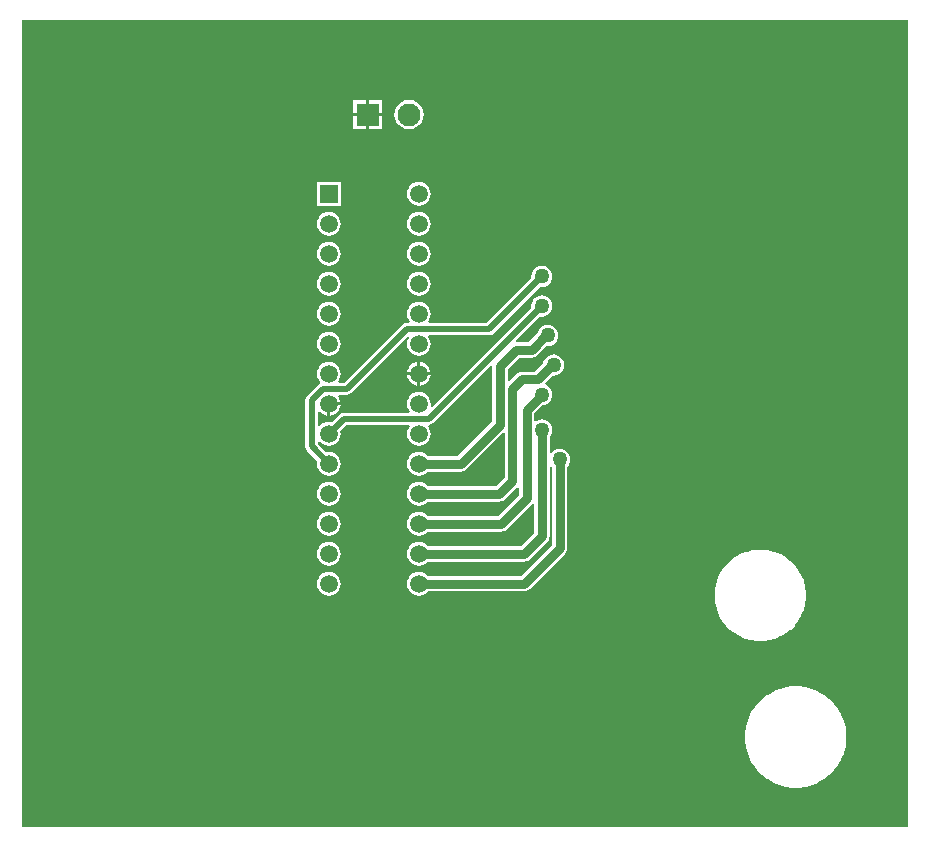
<source format=gbr>
%TF.GenerationSoftware,Altium Limited,Altium Designer,22.1.2 (22)*%
G04 Layer_Physical_Order=2*
G04 Layer_Color=16711680*
%FSLAX26Y26*%
%MOIN*%
%TF.SameCoordinates,26ABD0B8-493F-4C78-88A6-316F46C79C97*%
%TF.FilePolarity,Positive*%
%TF.FileFunction,Copper,L2,Bot,Signal*%
%TF.Part,Single*%
G01*
G75*
%TA.AperFunction,Conductor*%
%ADD13C,0.031496*%
%TA.AperFunction,ComponentPad*%
%ADD14C,0.076772*%
%ADD15R,0.076772X0.076772*%
%ADD16C,0.059055*%
%ADD17R,0.059055X0.059055*%
%TA.AperFunction,ViaPad*%
%ADD18C,0.050000*%
%TA.AperFunction,Conductor*%
%ADD19C,0.019685*%
G36*
X5610236Y1000000D02*
X2657480D01*
X2657480Y3690000D01*
X5610236D01*
X5610236Y1000000D01*
D02*
G37*
%LPC*%
G36*
X3857441Y3422402D02*
X3814055D01*
Y3379016D01*
X3857441D01*
Y3422402D01*
D02*
G37*
G36*
X3804055D02*
X3760669D01*
Y3379016D01*
X3804055D01*
Y3422402D01*
D02*
G37*
G36*
X3857441Y3369016D02*
X3814055D01*
Y3325630D01*
X3857441D01*
Y3369016D01*
D02*
G37*
G36*
X3804055D02*
X3760669D01*
Y3325630D01*
X3804055D01*
Y3369016D01*
D02*
G37*
G36*
X3946850Y3422819D02*
X3934219Y3421156D01*
X3922449Y3416281D01*
X3912341Y3408525D01*
X3904586Y3398417D01*
X3899710Y3386647D01*
X3898047Y3374016D01*
X3899710Y3361385D01*
X3904586Y3349614D01*
X3912341Y3339507D01*
X3922449Y3331751D01*
X3934219Y3326875D01*
X3946850Y3325213D01*
X3959482Y3326875D01*
X3971252Y3331751D01*
X3981360Y3339507D01*
X3989115Y3349614D01*
X3993991Y3361385D01*
X3995654Y3374016D01*
X3993991Y3386647D01*
X3989115Y3398417D01*
X3981360Y3408525D01*
X3971252Y3416281D01*
X3959482Y3421156D01*
X3946850Y3422819D01*
D02*
G37*
G36*
X3719528Y3149528D02*
X3640472D01*
Y3070472D01*
X3719528D01*
Y3149528D01*
D02*
G37*
G36*
X3980000Y3149869D02*
X3969681Y3148510D01*
X3960066Y3144527D01*
X3951809Y3138191D01*
X3945473Y3129934D01*
X3941490Y3120319D01*
X3940131Y3110000D01*
X3941490Y3099681D01*
X3945473Y3090066D01*
X3951809Y3081809D01*
X3960066Y3075473D01*
X3969681Y3071490D01*
X3980000Y3070131D01*
X3990319Y3071490D01*
X3999934Y3075473D01*
X4008191Y3081809D01*
X4014527Y3090066D01*
X4018510Y3099681D01*
X4019869Y3110000D01*
X4018510Y3120319D01*
X4014527Y3129934D01*
X4008191Y3138191D01*
X3999934Y3144527D01*
X3990319Y3148510D01*
X3980000Y3149869D01*
D02*
G37*
G36*
Y3049869D02*
X3969681Y3048510D01*
X3960066Y3044527D01*
X3951809Y3038191D01*
X3945473Y3029934D01*
X3941490Y3020319D01*
X3940131Y3010000D01*
X3941490Y2999681D01*
X3945473Y2990066D01*
X3951809Y2981809D01*
X3960066Y2975473D01*
X3969681Y2971490D01*
X3980000Y2970131D01*
X3990319Y2971490D01*
X3999934Y2975473D01*
X4008191Y2981809D01*
X4014527Y2990066D01*
X4018510Y2999681D01*
X4019869Y3010000D01*
X4018510Y3020319D01*
X4014527Y3029934D01*
X4008191Y3038191D01*
X3999934Y3044527D01*
X3990319Y3048510D01*
X3980000Y3049869D01*
D02*
G37*
G36*
X3680000D02*
X3669681Y3048510D01*
X3660066Y3044527D01*
X3651809Y3038191D01*
X3645473Y3029934D01*
X3641490Y3020319D01*
X3640131Y3010000D01*
X3641490Y2999681D01*
X3645473Y2990066D01*
X3651809Y2981809D01*
X3660066Y2975473D01*
X3669681Y2971490D01*
X3680000Y2970131D01*
X3690319Y2971490D01*
X3699934Y2975473D01*
X3708191Y2981809D01*
X3714527Y2990066D01*
X3718510Y2999681D01*
X3719869Y3010000D01*
X3718510Y3020319D01*
X3714527Y3029934D01*
X3708191Y3038191D01*
X3699934Y3044527D01*
X3690319Y3048510D01*
X3680000Y3049869D01*
D02*
G37*
G36*
X3980000Y2949869D02*
X3969681Y2948510D01*
X3960066Y2944527D01*
X3951809Y2938191D01*
X3945473Y2929934D01*
X3941490Y2920319D01*
X3940131Y2910000D01*
X3941490Y2899681D01*
X3945473Y2890066D01*
X3951809Y2881809D01*
X3960066Y2875473D01*
X3969681Y2871490D01*
X3980000Y2870131D01*
X3990319Y2871490D01*
X3999934Y2875473D01*
X4008191Y2881809D01*
X4014527Y2890066D01*
X4018510Y2899681D01*
X4019869Y2910000D01*
X4018510Y2920319D01*
X4014527Y2929934D01*
X4008191Y2938191D01*
X3999934Y2944527D01*
X3990319Y2948510D01*
X3980000Y2949869D01*
D02*
G37*
G36*
X3680000D02*
X3669681Y2948510D01*
X3660066Y2944527D01*
X3651809Y2938191D01*
X3645473Y2929934D01*
X3641490Y2920319D01*
X3640131Y2910000D01*
X3641490Y2899681D01*
X3645473Y2890066D01*
X3651809Y2881809D01*
X3660066Y2875473D01*
X3669681Y2871490D01*
X3680000Y2870131D01*
X3690319Y2871490D01*
X3699934Y2875473D01*
X3708191Y2881809D01*
X3714527Y2890066D01*
X3718510Y2899681D01*
X3719869Y2910000D01*
X3718510Y2920319D01*
X3714527Y2929934D01*
X3708191Y2938191D01*
X3699934Y2944527D01*
X3690319Y2948510D01*
X3680000Y2949869D01*
D02*
G37*
G36*
X4389764Y2869948D02*
X4380627Y2868745D01*
X4372113Y2865218D01*
X4364801Y2859608D01*
X4359191Y2852297D01*
X4355665Y2843782D01*
X4354462Y2834646D01*
X4355240Y2828733D01*
X4206108Y2679601D01*
X4012800D01*
X4010334Y2684601D01*
X4014527Y2690066D01*
X4018510Y2699681D01*
X4019869Y2710000D01*
X4018510Y2720319D01*
X4014527Y2729934D01*
X4008191Y2738191D01*
X3999934Y2744527D01*
X3990319Y2748510D01*
X3980000Y2749869D01*
X3969681Y2748510D01*
X3960066Y2744527D01*
X3951809Y2738191D01*
X3945473Y2729934D01*
X3941490Y2720319D01*
X3940131Y2710000D01*
X3941490Y2699681D01*
X3945473Y2690066D01*
X3949666Y2684601D01*
X3947200Y2679601D01*
X3938898D01*
X3931155Y2678061D01*
X3924592Y2673676D01*
X3731778Y2480861D01*
X3713767D01*
X3711301Y2485861D01*
X3714527Y2490066D01*
X3718510Y2499681D01*
X3719869Y2510000D01*
X3718510Y2520319D01*
X3714527Y2529934D01*
X3708191Y2538191D01*
X3699934Y2544527D01*
X3690319Y2548510D01*
X3680000Y2549869D01*
X3669681Y2548510D01*
X3660066Y2544527D01*
X3651809Y2538191D01*
X3645473Y2529934D01*
X3641490Y2520319D01*
X3640131Y2510000D01*
X3641490Y2499681D01*
X3645473Y2490066D01*
X3650496Y2483519D01*
X3650726Y2480222D01*
X3650440Y2478695D01*
X3649737Y2477096D01*
X3646504Y2474936D01*
X3616324Y2444755D01*
X3615102Y2442925D01*
X3607742Y2435565D01*
X3603356Y2429002D01*
X3601816Y2421260D01*
Y2267953D01*
X3603356Y2260211D01*
X3607742Y2253647D01*
X3641441Y2219948D01*
X3640131Y2210000D01*
X3641490Y2199681D01*
X3645473Y2190066D01*
X3651809Y2181809D01*
X3660066Y2175473D01*
X3669681Y2171490D01*
X3680000Y2170131D01*
X3690319Y2171490D01*
X3699934Y2175473D01*
X3708191Y2181809D01*
X3714527Y2190066D01*
X3718510Y2199681D01*
X3719869Y2210000D01*
X3718510Y2220319D01*
X3714527Y2229934D01*
X3708191Y2238191D01*
X3699934Y2244527D01*
X3690319Y2248510D01*
X3680000Y2249869D01*
X3670052Y2248559D01*
X3642278Y2276333D01*
Y2286015D01*
X3647278Y2287713D01*
X3651809Y2281809D01*
X3660066Y2275473D01*
X3669681Y2271490D01*
X3680000Y2270131D01*
X3690319Y2271490D01*
X3699934Y2275473D01*
X3708191Y2281809D01*
X3714527Y2290066D01*
X3718510Y2299681D01*
X3719869Y2310000D01*
X3718559Y2319948D01*
X3739010Y2340399D01*
X3947200D01*
X3949666Y2335399D01*
X3945473Y2329934D01*
X3941490Y2320319D01*
X3940131Y2310000D01*
X3941490Y2299681D01*
X3945473Y2290066D01*
X3951809Y2281809D01*
X3960066Y2275473D01*
X3969681Y2271490D01*
X3980000Y2270131D01*
X3990319Y2271490D01*
X3999934Y2275473D01*
X4008191Y2281809D01*
X4014527Y2290066D01*
X4018510Y2299681D01*
X4019869Y2310000D01*
X4018510Y2320319D01*
X4014527Y2329934D01*
X4010334Y2335399D01*
X4012800Y2340399D01*
X4014173D01*
X4021915Y2341939D01*
X4028479Y2346324D01*
X4218872Y2536718D01*
X4223872Y2534647D01*
Y2351151D01*
X4108692Y2235970D01*
X4009896D01*
X4008191Y2238191D01*
X3999934Y2244527D01*
X3990319Y2248510D01*
X3980000Y2249869D01*
X3969681Y2248510D01*
X3960066Y2244527D01*
X3951809Y2238191D01*
X3945473Y2229934D01*
X3941490Y2220319D01*
X3940131Y2210000D01*
X3941490Y2199681D01*
X3945473Y2190066D01*
X3951809Y2181809D01*
X3960066Y2175473D01*
X3969681Y2171490D01*
X3980000Y2170131D01*
X3990319Y2171490D01*
X3999934Y2175473D01*
X4008191Y2181809D01*
X4009896Y2184030D01*
X4119449D01*
X4126171Y2184915D01*
X4132434Y2187509D01*
X4137813Y2191636D01*
X4260749Y2314573D01*
X4265368Y2312659D01*
Y2163828D01*
X4237511Y2135970D01*
X4009896D01*
X4008191Y2138191D01*
X3999934Y2144527D01*
X3990319Y2148510D01*
X3980000Y2149869D01*
X3969681Y2148510D01*
X3960066Y2144527D01*
X3951809Y2138191D01*
X3945473Y2129934D01*
X3941490Y2120319D01*
X3940131Y2110000D01*
X3941490Y2099681D01*
X3945473Y2090066D01*
X3951809Y2081809D01*
X3960066Y2075473D01*
X3969681Y2071490D01*
X3980000Y2070131D01*
X3990319Y2071490D01*
X3999934Y2075473D01*
X4008191Y2081809D01*
X4009896Y2084030D01*
X4248268D01*
X4254989Y2084915D01*
X4261253Y2087509D01*
X4266631Y2091636D01*
X4308046Y2133050D01*
X4313046Y2130979D01*
Y2105678D01*
X4243337Y2035970D01*
X4009896D01*
X4008191Y2038191D01*
X3999934Y2044527D01*
X3990319Y2048510D01*
X3980000Y2049869D01*
X3969681Y2048510D01*
X3960066Y2044527D01*
X3951809Y2038191D01*
X3945473Y2029934D01*
X3941490Y2020319D01*
X3940131Y2010000D01*
X3941490Y1999681D01*
X3945473Y1990066D01*
X3951809Y1981809D01*
X3960066Y1975473D01*
X3969681Y1971490D01*
X3980000Y1970131D01*
X3990319Y1971490D01*
X3999934Y1975473D01*
X4008191Y1981809D01*
X4009896Y1984030D01*
X4254095D01*
X4260816Y1984915D01*
X4267080Y1987509D01*
X4272458Y1991636D01*
X4357379Y2076557D01*
X4358794Y2078400D01*
X4363794Y2076703D01*
Y1979261D01*
X4320503Y1935970D01*
X4009896D01*
X4008191Y1938191D01*
X3999934Y1944527D01*
X3990319Y1948510D01*
X3980000Y1949869D01*
X3969681Y1948510D01*
X3960066Y1944527D01*
X3951809Y1938191D01*
X3945473Y1929934D01*
X3941490Y1920319D01*
X3940131Y1910000D01*
X3941490Y1899681D01*
X3945473Y1890066D01*
X3951809Y1881809D01*
X3960066Y1875473D01*
X3969681Y1871490D01*
X3980000Y1870131D01*
X3990319Y1871490D01*
X3999934Y1875473D01*
X4008191Y1881809D01*
X4009896Y1884030D01*
X4331260D01*
X4337981Y1884915D01*
X4344245Y1887509D01*
X4349624Y1891636D01*
X4408127Y1950140D01*
X4412255Y1955519D01*
X4414849Y1961782D01*
X4415734Y1968504D01*
Y2198785D01*
X4420734Y2201064D01*
X4422849Y2199227D01*
Y1939891D01*
X4319952Y1836994D01*
X4009110D01*
X4008191Y1838191D01*
X3999934Y1844527D01*
X3990319Y1848510D01*
X3980000Y1849869D01*
X3969681Y1848510D01*
X3960066Y1844527D01*
X3951809Y1838191D01*
X3945473Y1829934D01*
X3941490Y1820319D01*
X3940131Y1810000D01*
X3941490Y1799681D01*
X3945473Y1790066D01*
X3951809Y1781809D01*
X3960066Y1775473D01*
X3969681Y1771490D01*
X3980000Y1770131D01*
X3990319Y1771490D01*
X3999934Y1775473D01*
X4008191Y1781809D01*
X4010681Y1785053D01*
X4330709D01*
X4337430Y1785938D01*
X4343694Y1788533D01*
X4349072Y1792660D01*
X4467183Y1910770D01*
X4471310Y1916149D01*
X4473904Y1922412D01*
X4474789Y1929134D01*
Y2200761D01*
X4479391Y2206758D01*
X4482918Y2215273D01*
X4484121Y2224409D01*
X4482918Y2233546D01*
X4479391Y2242060D01*
X4473781Y2249372D01*
X4466470Y2254982D01*
X4457956Y2258508D01*
X4448819Y2259711D01*
X4439682Y2258508D01*
X4431168Y2254982D01*
X4423857Y2249372D01*
X4420734Y2245302D01*
X4415734Y2246999D01*
Y2299186D01*
X4420336Y2305184D01*
X4423863Y2313698D01*
X4425066Y2322835D01*
X4423863Y2331971D01*
X4420336Y2340486D01*
X4414726Y2347797D01*
X4407415Y2353407D01*
X4398901Y2356934D01*
X4389764Y2358137D01*
X4380627Y2356934D01*
X4372113Y2353407D01*
X4369470Y2351379D01*
X4364986Y2353591D01*
Y2378767D01*
X4392180Y2405961D01*
X4398901Y2406846D01*
X4407415Y2410372D01*
X4414726Y2415983D01*
X4420336Y2423294D01*
X4423863Y2431808D01*
X4425066Y2440945D01*
X4423863Y2450082D01*
X4420336Y2458596D01*
X4414726Y2465907D01*
X4407415Y2471517D01*
X4402223Y2473668D01*
X4401050Y2479566D01*
X4425969Y2504485D01*
X4429134Y2504068D01*
X4438271Y2505271D01*
X4446785Y2508798D01*
X4454096Y2514408D01*
X4459706Y2521719D01*
X4463233Y2530233D01*
X4464436Y2539370D01*
X4463233Y2548507D01*
X4459706Y2557021D01*
X4454096Y2564332D01*
X4446785Y2569943D01*
X4438271Y2573469D01*
X4429134Y2574672D01*
X4419997Y2573469D01*
X4411483Y2569943D01*
X4404172Y2564332D01*
X4398561Y2557021D01*
X4395035Y2548507D01*
X4394807Y2546778D01*
X4365693Y2517663D01*
X4322402D01*
X4315680Y2516778D01*
X4309417Y2514184D01*
X4304038Y2510057D01*
X4280432Y2486451D01*
X4275813Y2488364D01*
Y2526487D01*
X4313068Y2563742D01*
X4356359D01*
X4363081Y2564627D01*
X4369344Y2567222D01*
X4374723Y2571349D01*
X4406284Y2602910D01*
X4409449Y2602493D01*
X4418586Y2603696D01*
X4427100Y2607223D01*
X4434411Y2612833D01*
X4440021Y2620144D01*
X4443548Y2628659D01*
X4444751Y2637795D01*
X4443548Y2646932D01*
X4440021Y2655446D01*
X4434411Y2662758D01*
X4427100Y2668368D01*
X4418586Y2671894D01*
X4409449Y2673097D01*
X4400312Y2671894D01*
X4391798Y2668368D01*
X4384486Y2662758D01*
X4378876Y2655446D01*
X4375350Y2646932D01*
X4375122Y2645203D01*
X4345602Y2615683D01*
X4304908D01*
X4302837Y2620683D01*
X4383851Y2701697D01*
X4389764Y2700919D01*
X4398901Y2702121D01*
X4407415Y2705648D01*
X4414726Y2711258D01*
X4420336Y2718570D01*
X4423863Y2727084D01*
X4425066Y2736220D01*
X4423863Y2745357D01*
X4420336Y2753872D01*
X4414726Y2761183D01*
X4407415Y2766793D01*
X4398901Y2770320D01*
X4389764Y2771523D01*
X4380627Y2770320D01*
X4372113Y2766793D01*
X4364801Y2761183D01*
X4359191Y2753872D01*
X4355665Y2745357D01*
X4354462Y2736220D01*
X4355240Y2730308D01*
X4023130Y2398197D01*
X4021650Y2398673D01*
X4018657Y2400796D01*
X4019869Y2410000D01*
X4018510Y2420319D01*
X4014527Y2429934D01*
X4008191Y2438191D01*
X3999934Y2444527D01*
X3990319Y2448510D01*
X3980000Y2449869D01*
X3969681Y2448510D01*
X3960066Y2444527D01*
X3951809Y2438191D01*
X3945473Y2429934D01*
X3941490Y2420319D01*
X3940131Y2410000D01*
X3941490Y2399681D01*
X3945473Y2390066D01*
X3948699Y2385861D01*
X3946233Y2380861D01*
X3730630D01*
X3722888Y2379321D01*
X3716324Y2374936D01*
X3689948Y2348559D01*
X3680000Y2349869D01*
X3669681Y2348510D01*
X3660066Y2344527D01*
X3651809Y2338191D01*
X3647278Y2332287D01*
X3642278Y2333985D01*
Y2386015D01*
X3647278Y2387713D01*
X3651809Y2381809D01*
X3660066Y2375473D01*
X3669681Y2371490D01*
X3675000Y2370790D01*
Y2410000D01*
X3680000D01*
Y2415000D01*
X3719210D01*
X3718510Y2420319D01*
X3714527Y2429934D01*
X3710334Y2435399D01*
X3712800Y2440399D01*
X3740157D01*
X3747900Y2441939D01*
X3754463Y2446324D01*
X3942789Y2634650D01*
X3946557Y2631347D01*
X3945473Y2629934D01*
X3941490Y2620319D01*
X3940131Y2610000D01*
X3941490Y2599681D01*
X3945473Y2590066D01*
X3951809Y2581809D01*
X3960066Y2575473D01*
X3969681Y2571490D01*
X3980000Y2570131D01*
X3990319Y2571490D01*
X3999934Y2575473D01*
X4008191Y2581809D01*
X4014527Y2590066D01*
X4018510Y2599681D01*
X4019869Y2610000D01*
X4018510Y2620319D01*
X4014527Y2629934D01*
X4011301Y2634139D01*
X4013767Y2639139D01*
X4214488D01*
X4222230Y2640679D01*
X4228794Y2645064D01*
X4383851Y2800122D01*
X4389764Y2799344D01*
X4398901Y2800547D01*
X4407415Y2804073D01*
X4414726Y2809683D01*
X4420336Y2816995D01*
X4423863Y2825509D01*
X4425066Y2834646D01*
X4423863Y2843782D01*
X4420336Y2852297D01*
X4414726Y2859608D01*
X4407415Y2865218D01*
X4398901Y2868745D01*
X4389764Y2869948D01*
D02*
G37*
G36*
X3980000Y2849869D02*
X3969681Y2848510D01*
X3960066Y2844527D01*
X3951809Y2838191D01*
X3945473Y2829934D01*
X3941490Y2820319D01*
X3940131Y2810000D01*
X3941490Y2799681D01*
X3945473Y2790066D01*
X3951809Y2781809D01*
X3960066Y2775473D01*
X3969681Y2771490D01*
X3980000Y2770131D01*
X3990319Y2771490D01*
X3999934Y2775473D01*
X4008191Y2781809D01*
X4014527Y2790066D01*
X4018510Y2799681D01*
X4019869Y2810000D01*
X4018510Y2820319D01*
X4014527Y2829934D01*
X4008191Y2838191D01*
X3999934Y2844527D01*
X3990319Y2848510D01*
X3980000Y2849869D01*
D02*
G37*
G36*
X3680000D02*
X3669681Y2848510D01*
X3660066Y2844527D01*
X3651809Y2838191D01*
X3645473Y2829934D01*
X3641490Y2820319D01*
X3640131Y2810000D01*
X3641490Y2799681D01*
X3645473Y2790066D01*
X3651809Y2781809D01*
X3660066Y2775473D01*
X3669681Y2771490D01*
X3680000Y2770131D01*
X3690319Y2771490D01*
X3699934Y2775473D01*
X3708191Y2781809D01*
X3714527Y2790066D01*
X3718510Y2799681D01*
X3719869Y2810000D01*
X3718510Y2820319D01*
X3714527Y2829934D01*
X3708191Y2838191D01*
X3699934Y2844527D01*
X3690319Y2848510D01*
X3680000Y2849869D01*
D02*
G37*
G36*
Y2749869D02*
X3669681Y2748510D01*
X3660066Y2744527D01*
X3651809Y2738191D01*
X3645473Y2729934D01*
X3641490Y2720319D01*
X3640131Y2710000D01*
X3641490Y2699681D01*
X3645473Y2690066D01*
X3651809Y2681809D01*
X3660066Y2675473D01*
X3669681Y2671490D01*
X3680000Y2670131D01*
X3690319Y2671490D01*
X3699934Y2675473D01*
X3708191Y2681809D01*
X3714527Y2690066D01*
X3718510Y2699681D01*
X3719869Y2710000D01*
X3718510Y2720319D01*
X3714527Y2729934D01*
X3708191Y2738191D01*
X3699934Y2744527D01*
X3690319Y2748510D01*
X3680000Y2749869D01*
D02*
G37*
G36*
Y2649869D02*
X3669681Y2648510D01*
X3660066Y2644527D01*
X3651809Y2638191D01*
X3645473Y2629934D01*
X3641490Y2620319D01*
X3640131Y2610000D01*
X3641490Y2599681D01*
X3645473Y2590066D01*
X3651809Y2581809D01*
X3660066Y2575473D01*
X3669681Y2571490D01*
X3680000Y2570131D01*
X3690319Y2571490D01*
X3699934Y2575473D01*
X3708191Y2581809D01*
X3714527Y2590066D01*
X3718510Y2599681D01*
X3719869Y2610000D01*
X3718510Y2620319D01*
X3714527Y2629934D01*
X3708191Y2638191D01*
X3699934Y2644527D01*
X3690319Y2648510D01*
X3680000Y2649869D01*
D02*
G37*
G36*
X3985000Y2549210D02*
Y2515000D01*
X4019210D01*
X4018510Y2520319D01*
X4014527Y2529934D01*
X4008191Y2538191D01*
X3999934Y2544527D01*
X3990319Y2548510D01*
X3985000Y2549210D01*
D02*
G37*
G36*
X3975000D02*
X3969681Y2548510D01*
X3960066Y2544527D01*
X3951809Y2538191D01*
X3945473Y2529934D01*
X3941490Y2520319D01*
X3940790Y2515000D01*
X3975000D01*
Y2549210D01*
D02*
G37*
G36*
X4019210Y2505000D02*
X3985000D01*
Y2470790D01*
X3990319Y2471490D01*
X3999934Y2475473D01*
X4008191Y2481809D01*
X4014527Y2490066D01*
X4018510Y2499681D01*
X4019210Y2505000D01*
D02*
G37*
G36*
X3975000D02*
X3940790D01*
X3941490Y2499681D01*
X3945473Y2490066D01*
X3951809Y2481809D01*
X3960066Y2475473D01*
X3969681Y2471490D01*
X3975000Y2470790D01*
Y2505000D01*
D02*
G37*
G36*
X3719210Y2405000D02*
X3685000D01*
Y2370790D01*
X3690319Y2371490D01*
X3699934Y2375473D01*
X3708191Y2381809D01*
X3714527Y2390066D01*
X3718510Y2399681D01*
X3719210Y2405000D01*
D02*
G37*
G36*
X3680000Y2149869D02*
X3669681Y2148510D01*
X3660066Y2144527D01*
X3651809Y2138191D01*
X3645473Y2129934D01*
X3641490Y2120319D01*
X3640131Y2110000D01*
X3641490Y2099681D01*
X3645473Y2090066D01*
X3651809Y2081809D01*
X3660066Y2075473D01*
X3669681Y2071490D01*
X3680000Y2070131D01*
X3690319Y2071490D01*
X3699934Y2075473D01*
X3708191Y2081809D01*
X3714527Y2090066D01*
X3718510Y2099681D01*
X3719869Y2110000D01*
X3718510Y2120319D01*
X3714527Y2129934D01*
X3708191Y2138191D01*
X3699934Y2144527D01*
X3690319Y2148510D01*
X3680000Y2149869D01*
D02*
G37*
G36*
Y2049869D02*
X3669681Y2048510D01*
X3660066Y2044527D01*
X3651809Y2038191D01*
X3645473Y2029934D01*
X3641490Y2020319D01*
X3640131Y2010000D01*
X3641490Y1999681D01*
X3645473Y1990066D01*
X3651809Y1981809D01*
X3660066Y1975473D01*
X3669681Y1971490D01*
X3680000Y1970131D01*
X3690319Y1971490D01*
X3699934Y1975473D01*
X3708191Y1981809D01*
X3714527Y1990066D01*
X3718510Y1999681D01*
X3719869Y2010000D01*
X3718510Y2020319D01*
X3714527Y2029934D01*
X3708191Y2038191D01*
X3699934Y2044527D01*
X3690319Y2048510D01*
X3680000Y2049869D01*
D02*
G37*
G36*
X5127414Y1923800D02*
X5108806D01*
X5108147Y1923669D01*
X5107475Y1923713D01*
X5089027Y1921284D01*
X5088390Y1921068D01*
X5087719Y1921024D01*
X5069745Y1916208D01*
X5069142Y1915910D01*
X5068482Y1915779D01*
X5051290Y1908658D01*
X5050731Y1908285D01*
X5050094Y1908068D01*
X5033979Y1898764D01*
X5033474Y1898321D01*
X5032870Y1898024D01*
X5018108Y1886696D01*
X5017664Y1886190D01*
X5017105Y1885816D01*
X5003947Y1872659D01*
X5003574Y1872099D01*
X5003068Y1871656D01*
X4991740Y1856893D01*
X4991443Y1856290D01*
X4990999Y1855784D01*
X4981695Y1839669D01*
X4981479Y1839033D01*
X4981105Y1838473D01*
X4973984Y1821282D01*
X4973853Y1820622D01*
X4973556Y1820019D01*
X4968740Y1802045D01*
X4968696Y1801374D01*
X4968479Y1800737D01*
X4966051Y1782288D01*
X4966095Y1781617D01*
X4965963Y1780957D01*
Y1762350D01*
X4966095Y1761690D01*
X4966051Y1761019D01*
X4968479Y1742570D01*
X4968696Y1741933D01*
X4968740Y1741262D01*
X4973556Y1723288D01*
X4973853Y1722685D01*
X4973984Y1722025D01*
X4981105Y1704834D01*
X4981479Y1704274D01*
X4981695Y1703638D01*
X4990999Y1687523D01*
X4991443Y1687017D01*
X4991740Y1686414D01*
X5003068Y1671651D01*
X5003574Y1671208D01*
X5003947Y1670648D01*
X5017105Y1657491D01*
X5017664Y1657117D01*
X5018108Y1656611D01*
X5032870Y1645283D01*
X5033473Y1644986D01*
X5033979Y1644542D01*
X5050094Y1635238D01*
X5050731Y1635022D01*
X5051290Y1634649D01*
X5068482Y1627528D01*
X5069142Y1627396D01*
X5069745Y1627099D01*
X5087719Y1622283D01*
X5088390Y1622239D01*
X5089027Y1622023D01*
X5107475Y1619594D01*
X5108147Y1619638D01*
X5108806Y1619507D01*
X5127414D01*
X5128074Y1619638D01*
X5128745Y1619594D01*
X5147194Y1622023D01*
X5147831Y1622239D01*
X5148502Y1622283D01*
X5166475Y1627099D01*
X5167079Y1627396D01*
X5167739Y1627528D01*
X5184930Y1634649D01*
X5185489Y1635022D01*
X5186126Y1635238D01*
X5202241Y1644542D01*
X5202747Y1644986D01*
X5203350Y1645283D01*
X5218113Y1656611D01*
X5218556Y1657117D01*
X5219115Y1657491D01*
X5232273Y1670648D01*
X5232647Y1671208D01*
X5233152Y1671651D01*
X5244480Y1686414D01*
X5244778Y1687017D01*
X5245221Y1687523D01*
X5254525Y1703638D01*
X5254741Y1704274D01*
X5255115Y1704834D01*
X5262236Y1722025D01*
X5262367Y1722685D01*
X5262665Y1723288D01*
X5267481Y1741262D01*
X5267525Y1741933D01*
X5267741Y1742570D01*
X5270170Y1761019D01*
X5270126Y1761690D01*
X5270257Y1762350D01*
Y1780957D01*
X5270126Y1781617D01*
X5270170Y1782288D01*
X5267741Y1800737D01*
X5267525Y1801374D01*
X5267481Y1802045D01*
X5262665Y1820019D01*
X5262367Y1820622D01*
X5262236Y1821282D01*
X5255115Y1838473D01*
X5254741Y1839033D01*
X5254525Y1839669D01*
X5245221Y1855784D01*
X5244778Y1856290D01*
X5244480Y1856893D01*
X5233152Y1871656D01*
X5232647Y1872099D01*
X5232273Y1872659D01*
X5219115Y1885816D01*
X5218556Y1886190D01*
X5218113Y1886696D01*
X5203350Y1898024D01*
X5202747Y1898321D01*
X5202241Y1898765D01*
X5186126Y1908068D01*
X5185489Y1908284D01*
X5184930Y1908658D01*
X5167739Y1915779D01*
X5167079Y1915910D01*
X5166475Y1916208D01*
X5148502Y1921024D01*
X5147831Y1921068D01*
X5147194Y1921284D01*
X5128745Y1923713D01*
X5128074Y1923669D01*
X5127414Y1923800D01*
D02*
G37*
G36*
X3680000Y1949869D02*
X3669681Y1948510D01*
X3660066Y1944527D01*
X3651809Y1938191D01*
X3645473Y1929934D01*
X3641490Y1920319D01*
X3640131Y1910000D01*
X3641490Y1899681D01*
X3645473Y1890066D01*
X3651809Y1881809D01*
X3660066Y1875473D01*
X3669681Y1871490D01*
X3680000Y1870131D01*
X3690319Y1871490D01*
X3699934Y1875473D01*
X3708191Y1881809D01*
X3714527Y1890066D01*
X3718510Y1899681D01*
X3719869Y1910000D01*
X3718510Y1920319D01*
X3714527Y1929934D01*
X3708191Y1938191D01*
X3699934Y1944527D01*
X3690319Y1948510D01*
X3680000Y1949869D01*
D02*
G37*
G36*
Y1849869D02*
X3669681Y1848510D01*
X3660066Y1844527D01*
X3651809Y1838191D01*
X3645473Y1829934D01*
X3641490Y1820319D01*
X3640131Y1810000D01*
X3641490Y1799681D01*
X3645473Y1790066D01*
X3651809Y1781809D01*
X3660066Y1775473D01*
X3669681Y1771490D01*
X3680000Y1770131D01*
X3690319Y1771490D01*
X3699934Y1775473D01*
X3708191Y1781809D01*
X3714527Y1790066D01*
X3718510Y1799681D01*
X3719869Y1810000D01*
X3718510Y1820319D01*
X3714527Y1829934D01*
X3708191Y1838191D01*
X3699934Y1844527D01*
X3690319Y1848510D01*
X3680000Y1849869D01*
D02*
G37*
G36*
X5246623Y1468114D02*
X5225818D01*
X5225159Y1467983D01*
X5224487Y1468027D01*
X5203861Y1465312D01*
X5203224Y1465095D01*
X5202553Y1465051D01*
X5182458Y1459667D01*
X5181855Y1459369D01*
X5181195Y1459238D01*
X5161974Y1451277D01*
X5161415Y1450903D01*
X5160778Y1450687D01*
X5142761Y1440285D01*
X5142255Y1439841D01*
X5141652Y1439544D01*
X5125147Y1426879D01*
X5124703Y1426373D01*
X5124144Y1425999D01*
X5109434Y1411289D01*
X5109060Y1410730D01*
X5108554Y1410286D01*
X5095889Y1393781D01*
X5095592Y1393178D01*
X5095148Y1392672D01*
X5084746Y1374655D01*
X5084530Y1374018D01*
X5084156Y1373459D01*
X5076195Y1354238D01*
X5076064Y1353579D01*
X5075766Y1352975D01*
X5070382Y1332880D01*
X5070338Y1332209D01*
X5070122Y1331572D01*
X5067406Y1310946D01*
X5067450Y1310274D01*
X5067319Y1309615D01*
Y1288810D01*
X5067450Y1288151D01*
X5067406Y1287480D01*
X5070122Y1266853D01*
X5070338Y1266216D01*
X5070382Y1265545D01*
X5075766Y1245450D01*
X5076064Y1244847D01*
X5076195Y1244187D01*
X5084156Y1224966D01*
X5084530Y1224407D01*
X5084746Y1223770D01*
X5095148Y1205753D01*
X5095592Y1205247D01*
X5095889Y1204644D01*
X5108554Y1188139D01*
X5109060Y1187696D01*
X5109434Y1187136D01*
X5124144Y1172426D01*
X5124703Y1172052D01*
X5125147Y1171546D01*
X5141652Y1158881D01*
X5142255Y1158584D01*
X5142761Y1158140D01*
X5160778Y1147738D01*
X5161415Y1147522D01*
X5161974Y1147148D01*
X5181195Y1139187D01*
X5181855Y1139056D01*
X5182458Y1138758D01*
X5202553Y1133374D01*
X5203224Y1133330D01*
X5203861Y1133114D01*
X5224488Y1130398D01*
X5225159Y1130442D01*
X5225818Y1130311D01*
X5246623D01*
X5247282Y1130442D01*
X5247953Y1130398D01*
X5268580Y1133114D01*
X5269217Y1133330D01*
X5269888Y1133374D01*
X5289983Y1138758D01*
X5290586Y1139056D01*
X5291246Y1139187D01*
X5310467Y1147148D01*
X5311026Y1147522D01*
X5311663Y1147738D01*
X5329680Y1158140D01*
X5330186Y1158584D01*
X5330789Y1158881D01*
X5347294Y1171546D01*
X5347738Y1172052D01*
X5348297Y1172426D01*
X5363007Y1187136D01*
X5363381Y1187696D01*
X5363887Y1188139D01*
X5376552Y1204644D01*
X5376849Y1205247D01*
X5377292Y1205753D01*
X5387695Y1223770D01*
X5387911Y1224407D01*
X5388285Y1224966D01*
X5396246Y1244187D01*
X5396377Y1244847D01*
X5396675Y1245450D01*
X5402059Y1265545D01*
X5402103Y1266216D01*
X5402319Y1266853D01*
X5405035Y1287479D01*
X5404991Y1288151D01*
X5405122Y1288810D01*
Y1309615D01*
X5404991Y1310274D01*
X5405035Y1310946D01*
X5402319Y1331572D01*
X5402103Y1332209D01*
X5402059Y1332880D01*
X5396675Y1352975D01*
X5396377Y1353579D01*
X5396246Y1354238D01*
X5388285Y1373459D01*
X5387911Y1374018D01*
X5387695Y1374655D01*
X5377292Y1392672D01*
X5376849Y1393178D01*
X5376551Y1393781D01*
X5363887Y1410286D01*
X5363381Y1410730D01*
X5363007Y1411289D01*
X5348297Y1425999D01*
X5347738Y1426373D01*
X5347294Y1426879D01*
X5330789Y1439544D01*
X5330185Y1439841D01*
X5329680Y1440285D01*
X5311663Y1450687D01*
X5311026Y1450903D01*
X5310467Y1451277D01*
X5291246Y1459238D01*
X5290586Y1459369D01*
X5289983Y1459667D01*
X5269888Y1465051D01*
X5269217Y1465095D01*
X5268580Y1465312D01*
X5247953Y1468027D01*
X5247282Y1467983D01*
X5246623Y1468114D01*
D02*
G37*
%LPD*%
D13*
X4404442Y2637795D02*
X4409449D01*
X4356359Y2589713D02*
X4404442Y2637795D01*
X4302311Y2589713D02*
X4356359D01*
X4249842Y2537244D02*
X4302311Y2589713D01*
X4249842Y2340394D02*
Y2537244D01*
X4119449Y2210000D02*
X4249842Y2340394D01*
X3980000Y2210000D02*
X4119449D01*
X4291339Y2460630D02*
X4322402Y2491693D01*
X4424127Y2539370D02*
X4429134D01*
X4376450Y2491693D02*
X4424127Y2539370D01*
X4322402Y2491693D02*
X4376450D01*
X4339016Y2389524D02*
X4389764Y2440273D01*
X4339016Y2094921D02*
Y2389524D01*
X4389764Y2440273D02*
Y2440945D01*
X4248268Y2110000D02*
X4291339Y2153071D01*
Y2460630D01*
X4254095Y2010000D02*
X4339016Y2094921D01*
X3980000Y2110000D02*
X4248268D01*
X3980000Y2010000D02*
X4254095D01*
X4389764Y1968504D02*
Y2322835D01*
X4331260Y1910000D02*
X4389764Y1968504D01*
X3980000Y1910000D02*
X4331260D01*
X4448819Y1929134D02*
Y2224409D01*
X4330709Y1811024D02*
X4448819Y1929134D01*
X3981024Y1811024D02*
X4330709D01*
X3980000Y1810000D02*
X3981024Y1811024D01*
D14*
X3946850Y3374016D02*
D03*
D15*
X3809055D02*
D03*
D16*
X3980000Y1810000D02*
D03*
Y1910000D02*
D03*
Y2010000D02*
D03*
Y2110000D02*
D03*
Y2210000D02*
D03*
Y2310000D02*
D03*
Y2410000D02*
D03*
Y2510000D02*
D03*
Y2610000D02*
D03*
Y2710000D02*
D03*
Y2810000D02*
D03*
Y2910000D02*
D03*
Y3010000D02*
D03*
Y3110000D02*
D03*
X3680000Y1810000D02*
D03*
Y1910000D02*
D03*
Y2010000D02*
D03*
Y2110000D02*
D03*
Y2210000D02*
D03*
Y2310000D02*
D03*
Y2410000D02*
D03*
Y2510000D02*
D03*
Y2610000D02*
D03*
Y2710000D02*
D03*
Y2810000D02*
D03*
Y2910000D02*
D03*
Y3010000D02*
D03*
D17*
Y3110000D02*
D03*
D18*
X4389764Y2834646D02*
D03*
Y2736220D02*
D03*
X4409449Y2637795D02*
D03*
X4429134Y2539370D02*
D03*
X4389764Y2440945D02*
D03*
Y2322835D02*
D03*
X4448819Y2224409D02*
D03*
D19*
X3740157Y2460630D02*
X3938898Y2659370D01*
X4214488D01*
X4389764Y2834646D01*
X3622047Y2421260D02*
X3630630Y2429843D01*
Y2430450D01*
X3660810Y2460630D01*
X3740157D01*
X3622047Y2267953D02*
Y2421260D01*
Y2267953D02*
X3680000Y2210000D01*
X4014173Y2360630D02*
X4389764Y2736220D01*
X3730630Y2360630D02*
X4014173D01*
X3680000Y2310000D02*
X3730630Y2360630D01*
%TF.MD5,7b748b747c18aeef1c306bee8f75a2a8*%
M02*

</source>
